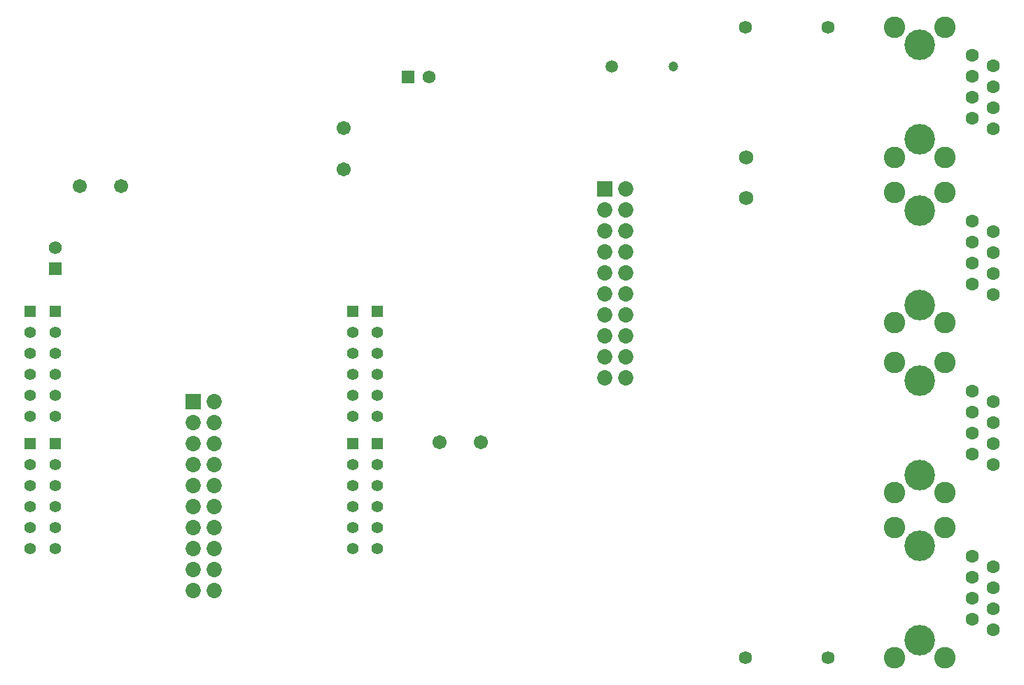
<source format=gbs>
G04*
G04 #@! TF.GenerationSoftware,Altium Limited,Altium Designer,24.5.2 (23)*
G04*
G04 Layer_Color=16711935*
%FSLAX25Y25*%
%MOIN*%
G70*
G04*
G04 #@! TF.SameCoordinates,D9AB97F9-1AC5-4164-BAAC-020872C2D9A0*
G04*
G04*
G04 #@! TF.FilePolarity,Negative*
G04*
G01*
G75*
%ADD48R,0.06194X0.06194*%
%ADD49C,0.06194*%
%ADD50C,0.06312*%
%ADD51C,0.14580*%
%ADD52C,0.10249*%
%ADD53C,0.06706*%
%ADD54C,0.05918*%
%ADD55C,0.04737*%
%ADD56R,0.07296X0.07296*%
%ADD57C,0.07296*%
%ADD58R,0.06194X0.06194*%
%ADD59C,0.05603*%
%ADD60R,0.05603X0.05603*%
%ADD61C,0.06237*%
%ADD62C,0.06800*%
D48*
X43307Y206614D02*
D03*
D49*
Y216614D02*
D03*
X221546Y298065D02*
D03*
D50*
X479941Y288347D02*
D03*
X489941Y293347D02*
D03*
Y283347D02*
D03*
X479941Y298346D02*
D03*
Y278346D02*
D03*
X489941Y303346D02*
D03*
Y273346D02*
D03*
X479941Y308347D02*
D03*
Y209567D02*
D03*
X489941Y214567D02*
D03*
Y204567D02*
D03*
X479941Y219567D02*
D03*
Y199567D02*
D03*
X489941Y224567D02*
D03*
Y194567D02*
D03*
X479941Y229567D02*
D03*
Y128543D02*
D03*
X489941Y133543D02*
D03*
Y123543D02*
D03*
X479941Y138543D02*
D03*
Y118543D02*
D03*
X489941Y143543D02*
D03*
Y113543D02*
D03*
X479941Y148543D02*
D03*
Y49803D02*
D03*
X489941Y54803D02*
D03*
Y44803D02*
D03*
X479941Y59803D02*
D03*
Y39803D02*
D03*
X489941Y64803D02*
D03*
Y34803D02*
D03*
X479941Y69803D02*
D03*
D51*
X454941Y268347D02*
D03*
Y313347D02*
D03*
Y189567D02*
D03*
Y234567D02*
D03*
Y108543D02*
D03*
Y153543D02*
D03*
Y29803D02*
D03*
Y74803D02*
D03*
D52*
X466949Y259842D02*
D03*
Y321850D02*
D03*
X442933Y259842D02*
D03*
Y321850D02*
D03*
X466949Y181063D02*
D03*
Y243071D02*
D03*
X442933Y181063D02*
D03*
Y243071D02*
D03*
X466949Y100039D02*
D03*
Y162047D02*
D03*
X442933Y100039D02*
D03*
Y162047D02*
D03*
X466949Y21299D02*
D03*
Y83307D02*
D03*
X442933Y21299D02*
D03*
Y83307D02*
D03*
D53*
X246024Y124016D02*
D03*
X226339D02*
D03*
X180732Y253937D02*
D03*
Y273622D02*
D03*
X55118Y246063D02*
D03*
X74803D02*
D03*
D54*
X308287Y303150D02*
D03*
D55*
X337776D02*
D03*
D56*
X109173Y143425D02*
D03*
X304961Y244724D02*
D03*
D57*
X119173Y143425D02*
D03*
X109173Y133425D02*
D03*
X119173D02*
D03*
X109173Y123425D02*
D03*
X119173D02*
D03*
X109173Y113425D02*
D03*
X119173D02*
D03*
X109173Y103425D02*
D03*
X119173D02*
D03*
X109173Y93425D02*
D03*
X119173D02*
D03*
X109173Y83425D02*
D03*
X119173D02*
D03*
X109173Y73425D02*
D03*
X119173D02*
D03*
X109173Y63425D02*
D03*
X119173D02*
D03*
X109173Y53425D02*
D03*
X119173D02*
D03*
X314961Y244724D02*
D03*
X304961Y234724D02*
D03*
X314961D02*
D03*
X304961Y224724D02*
D03*
X314961D02*
D03*
X304961Y214724D02*
D03*
X314961D02*
D03*
X304961Y204724D02*
D03*
X314961D02*
D03*
X304961Y194724D02*
D03*
X314961D02*
D03*
X304961Y184724D02*
D03*
X314961D02*
D03*
X304961Y174724D02*
D03*
X314961D02*
D03*
X304961Y164724D02*
D03*
X314961D02*
D03*
X304961Y154724D02*
D03*
X314961D02*
D03*
D58*
X211546Y298065D02*
D03*
D59*
X196850Y73425D02*
D03*
Y83425D02*
D03*
Y93425D02*
D03*
Y103425D02*
D03*
Y113425D02*
D03*
Y136417D02*
D03*
Y146417D02*
D03*
Y156417D02*
D03*
Y166417D02*
D03*
Y176417D02*
D03*
X185039Y136417D02*
D03*
Y146417D02*
D03*
Y156417D02*
D03*
Y166417D02*
D03*
Y176417D02*
D03*
Y73425D02*
D03*
Y83425D02*
D03*
Y93425D02*
D03*
Y103425D02*
D03*
Y113425D02*
D03*
X43307Y73425D02*
D03*
Y83425D02*
D03*
Y93425D02*
D03*
Y103425D02*
D03*
Y113425D02*
D03*
X43307Y136417D02*
D03*
Y146417D02*
D03*
Y156417D02*
D03*
Y166417D02*
D03*
Y176417D02*
D03*
X31496Y136417D02*
D03*
Y146417D02*
D03*
Y156417D02*
D03*
Y166417D02*
D03*
Y176417D02*
D03*
Y73425D02*
D03*
Y83425D02*
D03*
Y93425D02*
D03*
Y103425D02*
D03*
Y113425D02*
D03*
D60*
X196850Y123425D02*
D03*
Y186417D02*
D03*
X185039D02*
D03*
Y123425D02*
D03*
X43307D02*
D03*
X43307Y186417D02*
D03*
X31496D02*
D03*
Y123425D02*
D03*
D61*
X372047Y21299D02*
D03*
X411417D02*
D03*
X372047Y321850D02*
D03*
X411417D02*
D03*
D62*
X372343Y259590D02*
D03*
Y240377D02*
D03*
M02*

</source>
